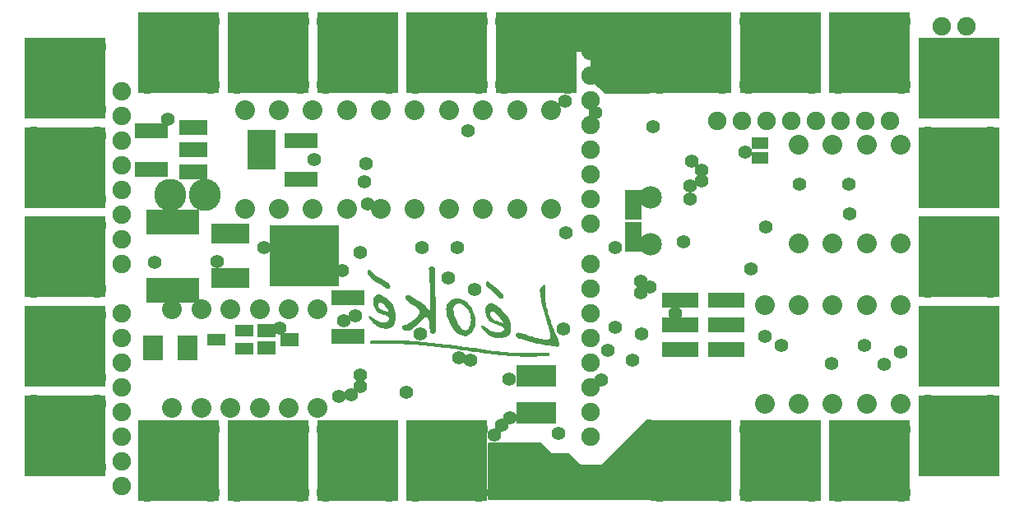
<source format=gbs>
G04 (created by PCBNEW (2013-may-18)-stable) date dim. 12 janv. 2014 01:51:18 CET*
%MOIN*%
G04 Gerber Fmt 3.4, Leading zero omitted, Abs format*
%FSLAX34Y34*%
G01*
G70*
G90*
G04 APERTURE LIST*
%ADD10C,0.00590551*%
%ADD11C,0.0001*%
%ADD12R,0.145984X0.0593701*%
%ADD13C,0.075*%
%ADD14R,0.314094X0.0987402*%
%ADD15R,0.0829921X0.0987402*%
%ADD16R,0.071748X0.056*%
%ADD17R,0.075148X0.0476*%
%ADD18R,0.13811X0.0593701*%
%ADD19R,0.21685X0.0987402*%
%ADD20R,0.115748X0.164*%
%ADD21R,0.115748X0.06*%
%ADD22R,0.153858X0.0829921*%
%ADD23R,0.279843X0.248346*%
%ADD24C,0.0908661*%
%ADD25R,0.065X0.0593701*%
%ADD26C,0.130236*%
%ADD27C,0.08*%
%ADD28R,0.065X0.045*%
%ADD29R,0.16X0.09*%
%ADD30R,0.331024X0.331024*%
%ADD31C,0.055*%
%ADD32C,0.01*%
G04 APERTURE END LIST*
G54D10*
G54D11*
G36*
X36883Y-37962D02*
X36884Y-37983D01*
X36887Y-37999D01*
X36892Y-38013D01*
X36899Y-38023D01*
X36911Y-38031D01*
X36931Y-38036D01*
X36958Y-38039D01*
X36996Y-38041D01*
X37046Y-38042D01*
X37109Y-38043D01*
X37155Y-38043D01*
X37460Y-38045D01*
X37774Y-38052D01*
X38092Y-38062D01*
X38410Y-38077D01*
X38724Y-38096D01*
X39027Y-38118D01*
X39135Y-38126D01*
X39238Y-38135D01*
X39338Y-38145D01*
X39435Y-38154D01*
X39532Y-38164D01*
X39630Y-38174D01*
X39729Y-38185D01*
X39831Y-38197D01*
X39939Y-38211D01*
X40052Y-38225D01*
X40173Y-38241D01*
X40302Y-38259D01*
X40442Y-38278D01*
X40593Y-38299D01*
X40757Y-38323D01*
X40935Y-38349D01*
X41065Y-38368D01*
X41251Y-38395D01*
X41423Y-38419D01*
X41581Y-38441D01*
X41729Y-38460D01*
X41866Y-38477D01*
X41996Y-38492D01*
X42119Y-38506D01*
X42238Y-38518D01*
X42354Y-38528D01*
X42468Y-38537D01*
X42584Y-38545D01*
X42701Y-38553D01*
X42746Y-38555D01*
X42825Y-38559D01*
X42917Y-38562D01*
X43019Y-38564D01*
X43128Y-38565D01*
X43241Y-38566D01*
X43356Y-38566D01*
X43469Y-38566D01*
X43578Y-38564D01*
X43680Y-38562D01*
X43773Y-38560D01*
X43852Y-38556D01*
X43881Y-38555D01*
X43936Y-38551D01*
X43986Y-38549D01*
X44030Y-38546D01*
X44064Y-38544D01*
X44085Y-38544D01*
X44087Y-38543D01*
X44123Y-38536D01*
X44149Y-38517D01*
X44163Y-38488D01*
X44165Y-38470D01*
X44160Y-38440D01*
X44144Y-38418D01*
X44136Y-38411D01*
X44127Y-38405D01*
X44115Y-38402D01*
X44097Y-38401D01*
X44069Y-38401D01*
X44030Y-38403D01*
X43996Y-38404D01*
X43843Y-38410D01*
X43704Y-38415D01*
X43578Y-38419D01*
X43461Y-38422D01*
X43353Y-38423D01*
X43250Y-38424D01*
X43151Y-38423D01*
X43052Y-38421D01*
X42953Y-38418D01*
X42851Y-38414D01*
X42744Y-38409D01*
X42740Y-38409D01*
X42584Y-38400D01*
X42422Y-38388D01*
X42254Y-38373D01*
X42077Y-38355D01*
X41890Y-38333D01*
X41692Y-38308D01*
X41480Y-38280D01*
X41302Y-38255D01*
X41126Y-38229D01*
X40966Y-38206D01*
X40820Y-38185D01*
X40688Y-38166D01*
X40570Y-38149D01*
X40463Y-38134D01*
X40368Y-38121D01*
X40283Y-38109D01*
X40209Y-38098D01*
X40143Y-38089D01*
X40084Y-38082D01*
X40033Y-38075D01*
X39989Y-38069D01*
X39977Y-38068D01*
X39387Y-38003D01*
X38800Y-37954D01*
X38216Y-37921D01*
X37636Y-37904D01*
X37304Y-37901D01*
X36930Y-37901D01*
X36905Y-37926D01*
X36888Y-37945D01*
X36883Y-37962D01*
X36883Y-37962D01*
X36883Y-37962D01*
G37*
G36*
X42785Y-37684D02*
X42795Y-37718D01*
X42814Y-37753D01*
X42839Y-37785D01*
X42843Y-37789D01*
X42859Y-37803D01*
X42877Y-37815D01*
X42899Y-37826D01*
X42929Y-37837D01*
X42971Y-37851D01*
X42990Y-37857D01*
X43108Y-37893D01*
X43219Y-37925D01*
X43326Y-37955D01*
X43432Y-37981D01*
X43539Y-38007D01*
X43650Y-38031D01*
X43769Y-38054D01*
X43897Y-38078D01*
X44037Y-38102D01*
X44107Y-38113D01*
X44197Y-38128D01*
X44272Y-38140D01*
X44334Y-38150D01*
X44383Y-38157D01*
X44421Y-38161D01*
X44450Y-38164D01*
X44470Y-38165D01*
X44484Y-38164D01*
X44490Y-38163D01*
X44528Y-38144D01*
X44551Y-38119D01*
X44563Y-38085D01*
X44565Y-38056D01*
X44563Y-38038D01*
X44557Y-38013D01*
X44546Y-37980D01*
X44531Y-37935D01*
X44509Y-37879D01*
X44489Y-37828D01*
X44458Y-37751D01*
X44426Y-37674D01*
X44395Y-37600D01*
X44366Y-37531D01*
X44340Y-37469D01*
X44317Y-37417D01*
X44298Y-37377D01*
X44289Y-37357D01*
X44271Y-37319D01*
X44251Y-37267D01*
X44228Y-37202D01*
X44203Y-37128D01*
X44177Y-37047D01*
X44151Y-36960D01*
X44124Y-36870D01*
X44099Y-36779D01*
X44074Y-36689D01*
X44051Y-36603D01*
X44031Y-36522D01*
X44014Y-36449D01*
X44001Y-36386D01*
X43993Y-36335D01*
X43990Y-36313D01*
X43985Y-36267D01*
X43979Y-36215D01*
X43973Y-36167D01*
X43972Y-36161D01*
X43969Y-36130D01*
X43967Y-36101D01*
X43967Y-36070D01*
X43968Y-36033D01*
X43972Y-35987D01*
X43977Y-35929D01*
X43984Y-35849D01*
X43986Y-35785D01*
X43985Y-35735D01*
X43978Y-35698D01*
X43967Y-35674D01*
X43950Y-35661D01*
X43927Y-35659D01*
X43898Y-35667D01*
X43876Y-35676D01*
X43837Y-35704D01*
X43803Y-35746D01*
X43780Y-35790D01*
X43773Y-35808D01*
X43768Y-35825D01*
X43766Y-35846D01*
X43765Y-35874D01*
X43766Y-35912D01*
X43768Y-35938D01*
X43774Y-36025D01*
X43787Y-36124D01*
X43805Y-36233D01*
X43827Y-36348D01*
X43854Y-36467D01*
X43884Y-36587D01*
X43917Y-36704D01*
X43924Y-36729D01*
X43942Y-36788D01*
X43960Y-36850D01*
X43977Y-36909D01*
X43992Y-36962D01*
X44003Y-37001D01*
X44013Y-37037D01*
X44027Y-37086D01*
X44043Y-37144D01*
X44062Y-37208D01*
X44082Y-37275D01*
X44101Y-37339D01*
X44127Y-37423D01*
X44148Y-37494D01*
X44164Y-37552D01*
X44177Y-37599D01*
X44186Y-37637D01*
X44193Y-37667D01*
X44196Y-37691D01*
X44198Y-37711D01*
X44198Y-37718D01*
X44190Y-37767D01*
X44169Y-37809D01*
X44134Y-37842D01*
X44089Y-37865D01*
X44066Y-37871D01*
X44030Y-37874D01*
X43981Y-37872D01*
X43920Y-37865D01*
X43851Y-37855D01*
X43774Y-37841D01*
X43694Y-37824D01*
X43611Y-37805D01*
X43528Y-37784D01*
X43448Y-37760D01*
X43373Y-37736D01*
X43365Y-37733D01*
X43295Y-37709D01*
X43225Y-37686D01*
X43157Y-37663D01*
X43094Y-37643D01*
X43038Y-37625D01*
X42990Y-37611D01*
X42954Y-37601D01*
X42931Y-37596D01*
X42930Y-37596D01*
X42883Y-37593D01*
X42842Y-37601D01*
X42810Y-37618D01*
X42789Y-37644D01*
X42785Y-37656D01*
X42785Y-37684D01*
X42785Y-37684D01*
X42785Y-37684D01*
G37*
G36*
X41390Y-37342D02*
X41394Y-37363D01*
X41406Y-37388D01*
X41428Y-37421D01*
X41461Y-37462D01*
X41496Y-37504D01*
X41570Y-37583D01*
X41643Y-37648D01*
X41718Y-37702D01*
X41798Y-37746D01*
X41886Y-37783D01*
X41916Y-37794D01*
X41953Y-37805D01*
X41986Y-37813D01*
X42019Y-37818D01*
X42059Y-37821D01*
X42098Y-37823D01*
X42166Y-37823D01*
X42220Y-37820D01*
X42256Y-37814D01*
X42314Y-37796D01*
X42373Y-37772D01*
X42429Y-37741D01*
X42478Y-37708D01*
X42518Y-37673D01*
X42543Y-37641D01*
X42571Y-37579D01*
X42589Y-37505D01*
X42598Y-37420D01*
X42598Y-37389D01*
X42597Y-37323D01*
X42593Y-37269D01*
X42584Y-37223D01*
X42571Y-37180D01*
X42552Y-37135D01*
X42538Y-37107D01*
X42475Y-36995D01*
X42404Y-36888D01*
X42323Y-36786D01*
X42230Y-36682D01*
X42202Y-36655D01*
X42129Y-36585D01*
X42061Y-36527D01*
X41994Y-36481D01*
X41925Y-36442D01*
X41852Y-36410D01*
X41838Y-36405D01*
X41788Y-36395D01*
X41739Y-36400D01*
X41693Y-36419D01*
X41650Y-36451D01*
X41613Y-36495D01*
X41582Y-36549D01*
X41561Y-36611D01*
X41556Y-36633D01*
X41549Y-36701D01*
X41554Y-36776D01*
X41568Y-36853D01*
X41592Y-36928D01*
X41608Y-36964D01*
X41644Y-37027D01*
X41688Y-37083D01*
X41741Y-37133D01*
X41741Y-37134D01*
X41741Y-36849D01*
X41743Y-36806D01*
X41759Y-36769D01*
X41774Y-36752D01*
X41795Y-36739D01*
X41814Y-36734D01*
X41847Y-36741D01*
X41887Y-36762D01*
X41934Y-36795D01*
X41987Y-36839D01*
X42046Y-36895D01*
X42108Y-36961D01*
X42165Y-37026D01*
X42206Y-37076D01*
X42237Y-37116D01*
X42257Y-37146D01*
X42268Y-37169D01*
X42271Y-37184D01*
X42270Y-37189D01*
X42268Y-37195D01*
X42265Y-37198D01*
X42259Y-37199D01*
X42247Y-37197D01*
X42227Y-37192D01*
X42195Y-37183D01*
X42159Y-37173D01*
X42079Y-37148D01*
X42012Y-37125D01*
X41957Y-37102D01*
X41912Y-37078D01*
X41873Y-37051D01*
X41840Y-37021D01*
X41820Y-36999D01*
X41780Y-36947D01*
X41754Y-36896D01*
X41741Y-36849D01*
X41741Y-37134D01*
X41805Y-37178D01*
X41880Y-37219D01*
X41970Y-37256D01*
X42065Y-37289D01*
X42126Y-37308D01*
X42172Y-37324D01*
X42208Y-37336D01*
X42234Y-37346D01*
X42252Y-37354D01*
X42265Y-37362D01*
X42276Y-37370D01*
X42283Y-37378D01*
X42305Y-37411D01*
X42312Y-37445D01*
X42303Y-37475D01*
X42273Y-37516D01*
X42230Y-37549D01*
X42178Y-37572D01*
X42120Y-37583D01*
X42096Y-37584D01*
X42059Y-37583D01*
X42012Y-37578D01*
X41961Y-37570D01*
X41911Y-37562D01*
X41865Y-37552D01*
X41828Y-37543D01*
X41815Y-37538D01*
X41750Y-37507D01*
X41679Y-37463D01*
X41605Y-37409D01*
X41531Y-37346D01*
X41529Y-37344D01*
X41493Y-37314D01*
X41463Y-37297D01*
X41439Y-37292D01*
X41418Y-37300D01*
X41406Y-37309D01*
X41395Y-37325D01*
X41390Y-37342D01*
X41390Y-37342D01*
X41390Y-37342D01*
G37*
G36*
X39966Y-36630D02*
X39967Y-36696D01*
X39972Y-36760D01*
X39982Y-36838D01*
X39995Y-36909D01*
X40013Y-36975D01*
X40038Y-37043D01*
X40071Y-37117D01*
X40091Y-37158D01*
X40155Y-37279D01*
X40218Y-37383D01*
X40262Y-37446D01*
X40262Y-36633D01*
X40263Y-36602D01*
X40266Y-36579D01*
X40271Y-36559D01*
X40280Y-36538D01*
X40282Y-36533D01*
X40310Y-36490D01*
X40348Y-36457D01*
X40396Y-36435D01*
X40458Y-36422D01*
X40479Y-36420D01*
X40524Y-36419D01*
X40564Y-36425D01*
X40603Y-36441D01*
X40646Y-36466D01*
X40677Y-36488D01*
X40742Y-36540D01*
X40794Y-36593D01*
X40838Y-36651D01*
X40877Y-36719D01*
X40894Y-36754D01*
X40936Y-36861D01*
X40962Y-36967D01*
X40971Y-37073D01*
X40963Y-37178D01*
X40938Y-37283D01*
X40930Y-37309D01*
X40900Y-37378D01*
X40867Y-37432D01*
X40829Y-37469D01*
X40786Y-37491D01*
X40739Y-37497D01*
X40688Y-37486D01*
X40659Y-37475D01*
X40626Y-37453D01*
X40589Y-37417D01*
X40549Y-37368D01*
X40505Y-37307D01*
X40460Y-37236D01*
X40415Y-37155D01*
X40369Y-37068D01*
X40347Y-37021D01*
X40308Y-36930D01*
X40282Y-36843D01*
X40267Y-36758D01*
X40262Y-36676D01*
X40262Y-36633D01*
X40262Y-37446D01*
X40279Y-37472D01*
X40341Y-37546D01*
X40402Y-37605D01*
X40464Y-37651D01*
X40502Y-37672D01*
X40554Y-37695D01*
X40611Y-37713D01*
X40667Y-37727D01*
X40718Y-37734D01*
X40735Y-37734D01*
X40768Y-37731D01*
X40805Y-37723D01*
X40823Y-37717D01*
X40874Y-37694D01*
X40926Y-37662D01*
X40974Y-37625D01*
X41012Y-37587D01*
X41016Y-37582D01*
X41053Y-37527D01*
X41089Y-37456D01*
X41123Y-37369D01*
X41132Y-37342D01*
X41145Y-37300D01*
X41153Y-37266D01*
X41157Y-37232D01*
X41158Y-37190D01*
X41158Y-37184D01*
X41155Y-37114D01*
X41148Y-37048D01*
X41135Y-36980D01*
X41116Y-36904D01*
X41109Y-36882D01*
X41063Y-36745D01*
X41006Y-36622D01*
X40939Y-36511D01*
X40861Y-36414D01*
X40842Y-36393D01*
X40800Y-36353D01*
X40759Y-36320D01*
X40716Y-36294D01*
X40666Y-36271D01*
X40606Y-36250D01*
X40573Y-36240D01*
X40513Y-36224D01*
X40461Y-36215D01*
X40411Y-36212D01*
X40360Y-36217D01*
X40303Y-36229D01*
X40236Y-36248D01*
X40226Y-36252D01*
X40164Y-36274D01*
X40115Y-36300D01*
X40076Y-36330D01*
X40045Y-36369D01*
X40018Y-36420D01*
X39998Y-36468D01*
X39981Y-36520D01*
X39970Y-36573D01*
X39966Y-36630D01*
X39966Y-36630D01*
X39966Y-36630D01*
G37*
G36*
X38173Y-37379D02*
X38181Y-37413D01*
X38205Y-37445D01*
X38244Y-37474D01*
X38297Y-37498D01*
X38336Y-37510D01*
X38374Y-37519D01*
X38410Y-37522D01*
X38445Y-37520D01*
X38481Y-37511D01*
X38519Y-37495D01*
X38561Y-37471D01*
X38608Y-37438D01*
X38661Y-37395D01*
X38722Y-37342D01*
X38792Y-37278D01*
X38827Y-37245D01*
X38871Y-37204D01*
X38915Y-37161D01*
X38956Y-37121D01*
X38991Y-37085D01*
X39017Y-37057D01*
X39020Y-37054D01*
X39063Y-37010D01*
X39099Y-36981D01*
X39132Y-36965D01*
X39162Y-36963D01*
X39191Y-36973D01*
X39209Y-36985D01*
X39232Y-37008D01*
X39251Y-37038D01*
X39266Y-37077D01*
X39278Y-37126D01*
X39287Y-37188D01*
X39293Y-37262D01*
X39297Y-37351D01*
X39299Y-37419D01*
X39302Y-37472D01*
X39306Y-37513D01*
X39312Y-37545D01*
X39320Y-37568D01*
X39331Y-37586D01*
X39346Y-37601D01*
X39364Y-37614D01*
X39401Y-37630D01*
X39443Y-37634D01*
X39482Y-37625D01*
X39495Y-37619D01*
X39514Y-37601D01*
X39533Y-37576D01*
X39539Y-37565D01*
X39557Y-37528D01*
X39548Y-36896D01*
X39547Y-36787D01*
X39545Y-36678D01*
X39543Y-36570D01*
X39541Y-36466D01*
X39539Y-36367D01*
X39537Y-36276D01*
X39535Y-36194D01*
X39533Y-36123D01*
X39532Y-36066D01*
X39530Y-36034D01*
X39528Y-35953D01*
X39526Y-35858D01*
X39525Y-35753D01*
X39525Y-35642D01*
X39526Y-35527D01*
X39527Y-35447D01*
X39528Y-35342D01*
X39529Y-35254D01*
X39529Y-35181D01*
X39528Y-35124D01*
X39527Y-35081D01*
X39525Y-35052D01*
X39523Y-35043D01*
X39507Y-34991D01*
X39481Y-34952D01*
X39445Y-34926D01*
X39400Y-34913D01*
X39361Y-34914D01*
X39320Y-34929D01*
X39281Y-34956D01*
X39269Y-34967D01*
X39246Y-34992D01*
X39271Y-35086D01*
X39296Y-35180D01*
X39311Y-35938D01*
X39313Y-36050D01*
X39315Y-36157D01*
X39316Y-36258D01*
X39318Y-36353D01*
X39319Y-36439D01*
X39320Y-36517D01*
X39321Y-36583D01*
X39322Y-36638D01*
X39322Y-36680D01*
X39322Y-36708D01*
X39322Y-36720D01*
X39322Y-36721D01*
X39320Y-36729D01*
X39316Y-36732D01*
X39309Y-36728D01*
X39296Y-36715D01*
X39277Y-36692D01*
X39249Y-36657D01*
X39247Y-36654D01*
X39209Y-36607D01*
X39174Y-36566D01*
X39139Y-36530D01*
X39104Y-36496D01*
X39065Y-36462D01*
X39021Y-36428D01*
X38969Y-36392D01*
X38908Y-36351D01*
X38836Y-36304D01*
X38791Y-36276D01*
X38739Y-36243D01*
X38687Y-36209D01*
X38639Y-36178D01*
X38598Y-36151D01*
X38566Y-36130D01*
X38555Y-36122D01*
X38499Y-36088D01*
X38448Y-36069D01*
X38403Y-36064D01*
X38365Y-36073D01*
X38334Y-36097D01*
X38325Y-36108D01*
X38309Y-36140D01*
X38305Y-36172D01*
X38313Y-36206D01*
X38335Y-36243D01*
X38370Y-36285D01*
X38402Y-36316D01*
X38423Y-36335D01*
X38444Y-36354D01*
X38467Y-36373D01*
X38494Y-36393D01*
X38527Y-36417D01*
X38566Y-36444D01*
X38614Y-36476D01*
X38673Y-36515D01*
X38743Y-36561D01*
X38774Y-36582D01*
X38826Y-36620D01*
X38863Y-36657D01*
X38885Y-36693D01*
X38889Y-36707D01*
X38896Y-36746D01*
X38895Y-36782D01*
X38883Y-36818D01*
X38860Y-36857D01*
X38825Y-36901D01*
X38812Y-36916D01*
X38786Y-36945D01*
X38758Y-36972D01*
X38728Y-37000D01*
X38692Y-37030D01*
X38648Y-37065D01*
X38594Y-37106D01*
X38558Y-37133D01*
X38506Y-37171D01*
X38463Y-37201D01*
X38428Y-37224D01*
X38398Y-37241D01*
X38369Y-37254D01*
X38339Y-37265D01*
X38316Y-37272D01*
X38264Y-37288D01*
X38226Y-37302D01*
X38200Y-37316D01*
X38184Y-37332D01*
X38176Y-37351D01*
X38173Y-37374D01*
X38173Y-37379D01*
X38173Y-37379D01*
X38173Y-37379D01*
G37*
G36*
X36833Y-36968D02*
X36834Y-36980D01*
X36839Y-36992D01*
X36848Y-37008D01*
X36863Y-37028D01*
X36885Y-37056D01*
X36915Y-37092D01*
X36946Y-37129D01*
X36997Y-37185D01*
X37053Y-37236D01*
X37116Y-37286D01*
X37191Y-37338D01*
X37193Y-37339D01*
X37259Y-37376D01*
X37329Y-37407D01*
X37401Y-37429D01*
X37470Y-37443D01*
X37533Y-37447D01*
X37573Y-37443D01*
X37629Y-37429D01*
X37686Y-37409D01*
X37739Y-37384D01*
X37783Y-37357D01*
X37795Y-37348D01*
X37824Y-37315D01*
X37850Y-37268D01*
X37873Y-37209D01*
X37886Y-37164D01*
X37894Y-37131D01*
X37900Y-37100D01*
X37903Y-37067D01*
X37905Y-37028D01*
X37906Y-36978D01*
X37906Y-36954D01*
X37901Y-36822D01*
X37884Y-36701D01*
X37857Y-36591D01*
X37819Y-36494D01*
X37808Y-36473D01*
X37769Y-36411D01*
X37718Y-36347D01*
X37657Y-36284D01*
X37590Y-36226D01*
X37519Y-36175D01*
X37456Y-36138D01*
X37417Y-36117D01*
X37375Y-36095D01*
X37339Y-36075D01*
X37331Y-36071D01*
X37301Y-36055D01*
X37279Y-36047D01*
X37258Y-36044D01*
X37231Y-36045D01*
X37227Y-36045D01*
X37167Y-36057D01*
X37114Y-36082D01*
X37071Y-36118D01*
X37040Y-36164D01*
X37027Y-36196D01*
X37020Y-36229D01*
X37017Y-36274D01*
X37015Y-36325D01*
X37016Y-36379D01*
X37019Y-36431D01*
X37025Y-36475D01*
X37027Y-36486D01*
X37046Y-36549D01*
X37075Y-36613D01*
X37113Y-36673D01*
X37156Y-36727D01*
X37203Y-36771D01*
X37206Y-36774D01*
X37206Y-36485D01*
X37213Y-36447D01*
X37230Y-36414D01*
X37255Y-36389D01*
X37286Y-36377D01*
X37297Y-36376D01*
X37316Y-36380D01*
X37344Y-36392D01*
X37377Y-36409D01*
X37412Y-36429D01*
X37444Y-36450D01*
X37469Y-36469D01*
X37476Y-36474D01*
X37497Y-36499D01*
X37524Y-36535D01*
X37553Y-36579D01*
X37583Y-36627D01*
X37610Y-36676D01*
X37621Y-36698D01*
X37646Y-36747D01*
X37580Y-36741D01*
X37537Y-36735D01*
X37491Y-36726D01*
X37454Y-36717D01*
X37379Y-36690D01*
X37319Y-36659D01*
X37272Y-36621D01*
X37238Y-36577D01*
X37226Y-36555D01*
X37215Y-36526D01*
X37208Y-36498D01*
X37206Y-36485D01*
X37206Y-36774D01*
X37247Y-36801D01*
X37272Y-36812D01*
X37308Y-36826D01*
X37352Y-36841D01*
X37400Y-36857D01*
X37419Y-36864D01*
X37487Y-36886D01*
X37540Y-36905D01*
X37580Y-36922D01*
X37610Y-36939D01*
X37629Y-36956D01*
X37641Y-36975D01*
X37647Y-36996D01*
X37648Y-37015D01*
X37645Y-37053D01*
X37633Y-37084D01*
X37610Y-37116D01*
X37606Y-37121D01*
X37570Y-37154D01*
X37531Y-37176D01*
X37485Y-37187D01*
X37431Y-37187D01*
X37365Y-37178D01*
X37359Y-37177D01*
X37322Y-37169D01*
X37287Y-37159D01*
X37251Y-37146D01*
X37214Y-37128D01*
X37172Y-37106D01*
X37125Y-37078D01*
X37070Y-37042D01*
X37004Y-36998D01*
X36953Y-36963D01*
X36916Y-36940D01*
X36887Y-36927D01*
X36866Y-36923D01*
X36846Y-36923D01*
X36837Y-36929D01*
X36834Y-36945D01*
X36833Y-36955D01*
X36833Y-36968D01*
X36833Y-36968D01*
X36833Y-36968D01*
G37*
G36*
X41572Y-35610D02*
X41575Y-35647D01*
X41585Y-35681D01*
X41592Y-35693D01*
X41605Y-35708D01*
X41628Y-35731D01*
X41659Y-35760D01*
X41695Y-35791D01*
X41719Y-35812D01*
X41802Y-35883D01*
X41873Y-35945D01*
X41934Y-36002D01*
X41987Y-36054D01*
X42033Y-36104D01*
X42051Y-36124D01*
X42079Y-36155D01*
X42105Y-36183D01*
X42127Y-36203D01*
X42141Y-36214D01*
X42175Y-36225D01*
X42211Y-36224D01*
X42243Y-36214D01*
X42252Y-36207D01*
X42271Y-36181D01*
X42281Y-36144D01*
X42284Y-36103D01*
X42277Y-36063D01*
X42267Y-36038D01*
X42257Y-36025D01*
X42238Y-36004D01*
X42210Y-35975D01*
X42177Y-35942D01*
X42140Y-35906D01*
X42102Y-35870D01*
X42065Y-35836D01*
X42040Y-35813D01*
X42003Y-35782D01*
X41961Y-35746D01*
X41916Y-35709D01*
X41869Y-35672D01*
X41823Y-35635D01*
X41779Y-35601D01*
X41739Y-35572D01*
X41706Y-35548D01*
X41682Y-35531D01*
X41668Y-35524D01*
X41667Y-35523D01*
X41632Y-35525D01*
X41600Y-35542D01*
X41591Y-35552D01*
X41577Y-35577D01*
X41572Y-35610D01*
X41572Y-35610D01*
X41572Y-35610D01*
G37*
G36*
X36785Y-35149D02*
X36788Y-35183D01*
X36796Y-35215D01*
X36811Y-35247D01*
X36834Y-35281D01*
X36868Y-35320D01*
X36913Y-35367D01*
X36918Y-35372D01*
X36946Y-35400D01*
X36971Y-35423D01*
X36995Y-35444D01*
X37021Y-35464D01*
X37050Y-35485D01*
X37085Y-35508D01*
X37129Y-35535D01*
X37184Y-35569D01*
X37209Y-35584D01*
X37266Y-35619D01*
X37322Y-35655D01*
X37375Y-35689D01*
X37422Y-35719D01*
X37460Y-35745D01*
X37483Y-35761D01*
X37525Y-35791D01*
X37559Y-35809D01*
X37587Y-35817D01*
X37612Y-35816D01*
X37637Y-35806D01*
X37646Y-35801D01*
X37675Y-35775D01*
X37694Y-35740D01*
X37701Y-35702D01*
X37698Y-35677D01*
X37691Y-35655D01*
X37679Y-35634D01*
X37662Y-35614D01*
X37638Y-35593D01*
X37606Y-35570D01*
X37563Y-35543D01*
X37508Y-35512D01*
X37440Y-35475D01*
X37354Y-35428D01*
X37280Y-35385D01*
X37217Y-35346D01*
X37160Y-35306D01*
X37107Y-35266D01*
X37055Y-35222D01*
X37001Y-35173D01*
X36980Y-35154D01*
X36941Y-35116D01*
X36911Y-35089D01*
X36890Y-35071D01*
X36874Y-35059D01*
X36861Y-35054D01*
X36851Y-35052D01*
X36846Y-35052D01*
X36818Y-35063D01*
X36798Y-35087D01*
X36787Y-35123D01*
X36785Y-35149D01*
X36785Y-35149D01*
X36785Y-35149D01*
G37*
G54D12*
X49438Y-38273D03*
X51328Y-38273D03*
X49438Y-37273D03*
X51328Y-37273D03*
X49438Y-36273D03*
X51328Y-36273D03*
G54D13*
X47362Y-43188D03*
G54D14*
X46738Y-25098D03*
G54D13*
X47362Y-26653D03*
G54D15*
X28090Y-38208D03*
X29468Y-38208D03*
G54D16*
X32670Y-37524D03*
X32670Y-38224D03*
X33628Y-37874D03*
G54D17*
X30641Y-37874D03*
X31799Y-38249D03*
X31799Y-37499D03*
G54D18*
X35972Y-36173D03*
X35972Y-37748D03*
X28031Y-29409D03*
X28031Y-30984D03*
X34094Y-29803D03*
X34094Y-31377D03*
G54D19*
X28897Y-35866D03*
X28897Y-33110D03*
G54D20*
X32481Y-30196D03*
G54D21*
X29723Y-30196D03*
X29723Y-29296D03*
X29723Y-31096D03*
G54D22*
X31220Y-33588D03*
G54D23*
X34204Y-34488D03*
G54D22*
X31220Y-35388D03*
G54D24*
X48257Y-32100D03*
X48257Y-34021D03*
G54D25*
X47539Y-34020D03*
X47539Y-33420D03*
X47549Y-32101D03*
X47549Y-32701D03*
G54D26*
X30177Y-32007D03*
X28799Y-32007D03*
G54D13*
X61051Y-25177D03*
X60051Y-25177D03*
G54D27*
X34763Y-40661D03*
X34763Y-36661D03*
X33582Y-40661D03*
X33582Y-36661D03*
X32401Y-40661D03*
X32401Y-36661D03*
X31220Y-40661D03*
X31220Y-36661D03*
X30039Y-40661D03*
X30039Y-36661D03*
X28858Y-40661D03*
X28858Y-36661D03*
G54D13*
X45810Y-41827D03*
X45810Y-40827D03*
X45810Y-39827D03*
X45810Y-38827D03*
X45810Y-37827D03*
X45810Y-36827D03*
X45810Y-35827D03*
X45810Y-34827D03*
X45810Y-33188D03*
X45810Y-32188D03*
X45810Y-31188D03*
X45810Y-30188D03*
X45810Y-29188D03*
X45810Y-28188D03*
X45810Y-27188D03*
X45810Y-26188D03*
X26810Y-34827D03*
X26810Y-33827D03*
X26810Y-32827D03*
X26810Y-31827D03*
X26810Y-30827D03*
X26810Y-29827D03*
X26810Y-28827D03*
X26810Y-27827D03*
X26810Y-43827D03*
X26810Y-42827D03*
X26810Y-41827D03*
X26810Y-40827D03*
X26810Y-39827D03*
X26810Y-38827D03*
X26810Y-37827D03*
X26810Y-36827D03*
G54D27*
X37322Y-28590D03*
X37322Y-32590D03*
X52874Y-36464D03*
X52874Y-40464D03*
X54251Y-36464D03*
X54251Y-40464D03*
X57007Y-36464D03*
X57007Y-40464D03*
X58385Y-36464D03*
X58385Y-40464D03*
X55629Y-40464D03*
X55629Y-36464D03*
X58385Y-33968D03*
X58385Y-29968D03*
X57007Y-33968D03*
X57007Y-29968D03*
X55629Y-33968D03*
X55629Y-29968D03*
X54251Y-33968D03*
X54251Y-29968D03*
X44212Y-28590D03*
X44212Y-32590D03*
X41456Y-28590D03*
X41456Y-32590D03*
X40078Y-28590D03*
X40078Y-32590D03*
X38700Y-28590D03*
X38700Y-32590D03*
X31811Y-28590D03*
X31811Y-32590D03*
X33188Y-28590D03*
X33188Y-32590D03*
X34566Y-28590D03*
X34566Y-32590D03*
X42834Y-28590D03*
X42834Y-32590D03*
X35944Y-28590D03*
X35944Y-32590D03*
G54D28*
X52687Y-29927D03*
X52687Y-30527D03*
G54D13*
X57948Y-29015D03*
X56948Y-29015D03*
X55948Y-29015D03*
X54948Y-29015D03*
X53948Y-29015D03*
X52948Y-29015D03*
X51948Y-29015D03*
X50948Y-29015D03*
G54D29*
X43602Y-40848D03*
X43602Y-39348D03*
G54D30*
X43610Y-26259D03*
G54D13*
X42330Y-24980D03*
X44889Y-24980D03*
X42330Y-27539D03*
X44889Y-27539D03*
G54D30*
X39999Y-26259D03*
G54D13*
X38720Y-24980D03*
X41279Y-24980D03*
X38720Y-27539D03*
X41279Y-27539D03*
G54D30*
X39999Y-42795D03*
G54D13*
X41279Y-44075D03*
X38720Y-44075D03*
X41279Y-41516D03*
X38720Y-41516D03*
G54D30*
X36377Y-42795D03*
G54D13*
X37657Y-44075D03*
X35098Y-44075D03*
X37657Y-41516D03*
X35098Y-41516D03*
G54D30*
X29133Y-42795D03*
G54D13*
X30413Y-44075D03*
X27854Y-44075D03*
X30413Y-41516D03*
X27854Y-41516D03*
G54D30*
X24527Y-41771D03*
G54D13*
X23248Y-43051D03*
X23248Y-40492D03*
X25807Y-43051D03*
X25807Y-40492D03*
G54D30*
X24527Y-38149D03*
G54D13*
X23248Y-39429D03*
X23248Y-36870D03*
X25807Y-39429D03*
X25807Y-36870D03*
G54D30*
X24527Y-34527D03*
G54D13*
X23248Y-35807D03*
X23248Y-33248D03*
X25807Y-35807D03*
X25807Y-33248D03*
G54D30*
X24527Y-30905D03*
G54D13*
X23248Y-32185D03*
X23248Y-29626D03*
X25807Y-32185D03*
X25807Y-29626D03*
G54D30*
X36377Y-26259D03*
G54D13*
X35098Y-24980D03*
X37657Y-24980D03*
X35098Y-27539D03*
X37657Y-27539D03*
G54D30*
X49881Y-26259D03*
G54D13*
X48602Y-24980D03*
X51161Y-24980D03*
X48602Y-27539D03*
X51161Y-27539D03*
G54D30*
X53503Y-26259D03*
G54D13*
X52224Y-24980D03*
X54783Y-24980D03*
X52224Y-27539D03*
X54783Y-27539D03*
G54D30*
X57125Y-26259D03*
G54D13*
X55846Y-24980D03*
X58405Y-24980D03*
X55846Y-27539D03*
X58405Y-27539D03*
G54D30*
X60747Y-27283D03*
G54D13*
X62027Y-26004D03*
X62027Y-28563D03*
X59468Y-26004D03*
X59468Y-28563D03*
G54D30*
X60747Y-30905D03*
G54D13*
X62027Y-29626D03*
X62027Y-32185D03*
X59468Y-29626D03*
X59468Y-32185D03*
G54D30*
X60747Y-34527D03*
G54D13*
X62027Y-33248D03*
X62027Y-35807D03*
X59468Y-33248D03*
X59468Y-35807D03*
G54D30*
X60747Y-38149D03*
G54D13*
X62027Y-36870D03*
X62027Y-39429D03*
X59468Y-36870D03*
X59468Y-39429D03*
G54D30*
X60747Y-41771D03*
G54D13*
X62027Y-40492D03*
X62027Y-43051D03*
X59468Y-40492D03*
X59468Y-43051D03*
G54D30*
X57125Y-42795D03*
G54D13*
X58405Y-44075D03*
X55846Y-44075D03*
X58405Y-41516D03*
X55846Y-41516D03*
G54D30*
X53503Y-42795D03*
G54D13*
X54783Y-44075D03*
X52224Y-44075D03*
X54783Y-41516D03*
X52224Y-41516D03*
G54D30*
X49881Y-42795D03*
G54D13*
X51161Y-44075D03*
X48602Y-44075D03*
X51161Y-41516D03*
X48602Y-41516D03*
G54D30*
X32755Y-42795D03*
G54D13*
X34035Y-44075D03*
X31476Y-44075D03*
X34035Y-41516D03*
X31476Y-41516D03*
G54D30*
X32755Y-26259D03*
G54D13*
X31476Y-24980D03*
X34035Y-24980D03*
X31476Y-27539D03*
X34035Y-27539D03*
G54D30*
X29133Y-26259D03*
G54D13*
X27854Y-24980D03*
X30413Y-24980D03*
X27854Y-27539D03*
X30413Y-27539D03*
G54D30*
X24527Y-27283D03*
G54D13*
X23248Y-28563D03*
X23248Y-26004D03*
X25807Y-28563D03*
X25807Y-26004D03*
G54D31*
X47844Y-35974D03*
X47883Y-37657D03*
X35826Y-37106D03*
X41929Y-41732D03*
X30688Y-34704D03*
X35748Y-35078D03*
X36476Y-39783D03*
X36122Y-40118D03*
X35610Y-40196D03*
X38356Y-40029D03*
X49901Y-30649D03*
X40857Y-29427D03*
X28681Y-28946D03*
X46259Y-39507D03*
X47519Y-38710D03*
X57706Y-38877D03*
X52874Y-37746D03*
X58385Y-38366D03*
X56309Y-32775D03*
X46033Y-28690D03*
X44773Y-28208D03*
X50305Y-31003D03*
X46515Y-38307D03*
X44822Y-33562D03*
X38976Y-34153D03*
X36497Y-34347D03*
X46801Y-37372D03*
X55570Y-38848D03*
X42204Y-41338D03*
X36653Y-31486D03*
X36712Y-30738D03*
X48346Y-29261D03*
X40059Y-35374D03*
X40964Y-38700D03*
X52096Y-30285D03*
X48228Y-35738D03*
X40492Y-38602D03*
X33228Y-37421D03*
X36480Y-39322D03*
X44507Y-41692D03*
X42559Y-41043D03*
X49862Y-31643D03*
X49261Y-36801D03*
X28149Y-34734D03*
X34606Y-30570D03*
X36791Y-32381D03*
X56919Y-38120D03*
X53553Y-38129D03*
X49596Y-33907D03*
X46811Y-34133D03*
X47844Y-35511D03*
X56289Y-31564D03*
X54271Y-31564D03*
X52303Y-35009D03*
X52913Y-33316D03*
X47362Y-26653D03*
X36279Y-36909D03*
X41122Y-35846D03*
X38917Y-37657D03*
X44724Y-37440D03*
X40433Y-34153D03*
X42508Y-39477D03*
X49852Y-32165D03*
X32598Y-34133D03*
X50305Y-31456D03*
G54D10*
G36*
X48198Y-27863D02*
X47244Y-27863D01*
X46417Y-27863D01*
X45856Y-27330D01*
X45846Y-26140D01*
X45256Y-26140D01*
X45247Y-24833D01*
X48198Y-24833D01*
X48198Y-27863D01*
X48198Y-27863D01*
G37*
G54D32*
X48198Y-27863D02*
X47244Y-27863D01*
X46417Y-27863D01*
X45856Y-27330D01*
X45846Y-26140D01*
X45256Y-26140D01*
X45247Y-24833D01*
X48198Y-24833D01*
X48198Y-27863D01*
G54D10*
G36*
X48237Y-44320D02*
X41683Y-44320D01*
X41683Y-42077D01*
X43758Y-42077D01*
X44191Y-42510D01*
X44900Y-42510D01*
X45372Y-42983D01*
X46280Y-42983D01*
X47003Y-42259D01*
X48130Y-41132D01*
X48237Y-41132D01*
X48237Y-42244D01*
X48237Y-44320D01*
X48237Y-44320D01*
G37*
G54D32*
X48237Y-44320D02*
X41683Y-44320D01*
X41683Y-42077D01*
X43758Y-42077D01*
X44191Y-42510D01*
X44900Y-42510D01*
X45372Y-42983D01*
X46280Y-42983D01*
X47003Y-42259D01*
X48130Y-41132D01*
X48237Y-41132D01*
X48237Y-42244D01*
X48237Y-44320D01*
M02*

</source>
